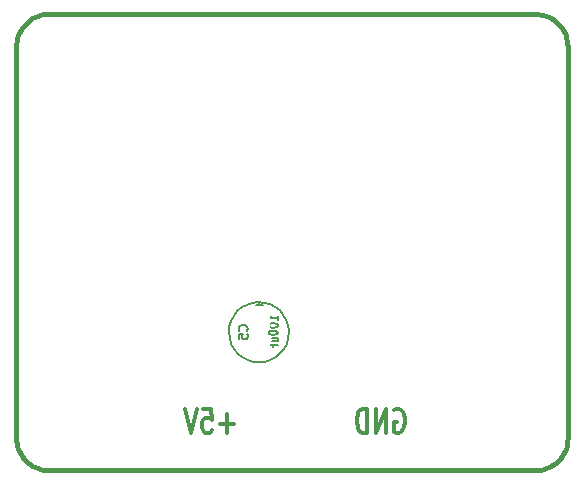
<source format=gbo>
G04 (created by PCBNEW-RS274X (2012-apr-16-27)-stable) date Sun 18 May 2014 21:07:07 BST*
G01*
G70*
G90*
%MOIN*%
G04 Gerber Fmt 3.4, Leading zero omitted, Abs format*
%FSLAX34Y34*%
G04 APERTURE LIST*
%ADD10C,0.006000*%
%ADD11C,0.015000*%
%ADD12C,0.012000*%
%ADD13C,0.005000*%
%ADD14C,0.007500*%
%ADD15R,0.080000X0.080000*%
%ADD16C,0.080000*%
%ADD17C,0.098700*%
%ADD18R,0.153900X0.153900*%
%ADD19R,0.075000X0.075000*%
%ADD20C,0.075000*%
G04 APERTURE END LIST*
G54D10*
G54D11*
X82168Y-42655D02*
X81900Y-42655D01*
X83261Y-28521D02*
X83261Y-28569D01*
X81887Y-27447D02*
X82174Y-27447D01*
X83264Y-28544D02*
X83264Y-41565D01*
X81890Y-27448D02*
X65975Y-27448D01*
X81890Y-42655D02*
X65975Y-42655D01*
X64882Y-41562D02*
X64882Y-28551D01*
X65964Y-27447D02*
X65870Y-27452D01*
X65776Y-27464D01*
X65684Y-27484D01*
X65594Y-27513D01*
X65507Y-27549D01*
X65423Y-27593D01*
X65343Y-27643D01*
X65268Y-27701D01*
X65199Y-27765D01*
X65135Y-27834D01*
X65077Y-27909D01*
X65027Y-27989D01*
X64983Y-28073D01*
X64947Y-28160D01*
X64918Y-28250D01*
X64898Y-28342D01*
X64886Y-28436D01*
X64881Y-28530D01*
X83262Y-28531D02*
X83257Y-28437D01*
X83245Y-28343D01*
X83225Y-28251D01*
X83196Y-28161D01*
X83160Y-28074D01*
X83116Y-27990D01*
X83066Y-27910D01*
X83008Y-27835D01*
X82944Y-27766D01*
X82875Y-27702D01*
X82800Y-27644D01*
X82720Y-27594D01*
X82636Y-27550D01*
X82549Y-27514D01*
X82459Y-27485D01*
X82367Y-27465D01*
X82273Y-27453D01*
X82179Y-27448D01*
X82181Y-42655D02*
X82275Y-42650D01*
X82369Y-42638D01*
X82461Y-42618D01*
X82551Y-42589D01*
X82638Y-42553D01*
X82722Y-42509D01*
X82802Y-42459D01*
X82877Y-42401D01*
X82946Y-42337D01*
X83010Y-42268D01*
X83068Y-42193D01*
X83118Y-42113D01*
X83162Y-42029D01*
X83198Y-41942D01*
X83227Y-41852D01*
X83247Y-41760D01*
X83259Y-41666D01*
X83264Y-41572D01*
X64882Y-41572D02*
X64887Y-41666D01*
X64899Y-41760D01*
X64919Y-41852D01*
X64948Y-41942D01*
X64984Y-42029D01*
X65028Y-42113D01*
X65078Y-42193D01*
X65136Y-42268D01*
X65200Y-42337D01*
X65269Y-42401D01*
X65344Y-42459D01*
X65424Y-42509D01*
X65508Y-42553D01*
X65595Y-42589D01*
X65685Y-42618D01*
X65777Y-42638D01*
X65871Y-42650D01*
X65965Y-42655D01*
G54D12*
X77489Y-40642D02*
X77546Y-40604D01*
X77632Y-40604D01*
X77717Y-40642D01*
X77775Y-40718D01*
X77803Y-40794D01*
X77832Y-40947D01*
X77832Y-41061D01*
X77803Y-41213D01*
X77775Y-41290D01*
X77717Y-41366D01*
X77632Y-41404D01*
X77575Y-41404D01*
X77489Y-41366D01*
X77460Y-41328D01*
X77460Y-41061D01*
X77575Y-41061D01*
X77203Y-41404D02*
X77203Y-40604D01*
X76860Y-41404D01*
X76860Y-40604D01*
X76574Y-41404D02*
X76574Y-40604D01*
X76431Y-40604D01*
X76346Y-40642D01*
X76288Y-40718D01*
X76260Y-40794D01*
X76231Y-40947D01*
X76231Y-41061D01*
X76260Y-41213D01*
X76288Y-41290D01*
X76346Y-41366D01*
X76431Y-41404D01*
X76574Y-41404D01*
X72133Y-41099D02*
X71676Y-41099D01*
X71905Y-41404D02*
X71905Y-40794D01*
X71104Y-40604D02*
X71390Y-40604D01*
X71419Y-40985D01*
X71390Y-40947D01*
X71333Y-40909D01*
X71190Y-40909D01*
X71133Y-40947D01*
X71104Y-40985D01*
X71076Y-41061D01*
X71076Y-41251D01*
X71104Y-41328D01*
X71133Y-41366D01*
X71190Y-41404D01*
X71333Y-41404D01*
X71390Y-41366D01*
X71419Y-41328D01*
X70905Y-40604D02*
X70705Y-41404D01*
X70505Y-40604D01*
G54D13*
X73973Y-38051D02*
X73953Y-38245D01*
X73897Y-38432D01*
X73805Y-38604D01*
X73682Y-38756D01*
X73531Y-38880D01*
X73359Y-38973D01*
X73173Y-39031D01*
X72978Y-39051D01*
X72785Y-39034D01*
X72598Y-38979D01*
X72424Y-38888D01*
X72272Y-38766D01*
X72147Y-38616D01*
X72052Y-38445D01*
X71993Y-38259D01*
X71972Y-38064D01*
X71988Y-37871D01*
X72042Y-37683D01*
X72131Y-37509D01*
X72252Y-37356D01*
X72401Y-37230D01*
X72572Y-37134D01*
X72758Y-37074D01*
X72952Y-37051D01*
X73145Y-37066D01*
X73333Y-37118D01*
X73508Y-37206D01*
X73662Y-37327D01*
X73789Y-37474D01*
X73886Y-37644D01*
X73948Y-37830D01*
X73972Y-38024D01*
X73973Y-38051D01*
G54D10*
X72727Y-37306D02*
X72727Y-37796D01*
X73217Y-37796D01*
X73217Y-37306D01*
X72727Y-37306D01*
X73217Y-38551D02*
X73212Y-38598D01*
X73198Y-38644D01*
X73176Y-38686D01*
X73145Y-38723D01*
X73109Y-38754D01*
X73066Y-38776D01*
X73021Y-38790D01*
X72973Y-38795D01*
X72927Y-38791D01*
X72881Y-38778D01*
X72838Y-38756D01*
X72801Y-38726D01*
X72770Y-38689D01*
X72747Y-38647D01*
X72733Y-38601D01*
X72728Y-38554D01*
X72732Y-38507D01*
X72745Y-38461D01*
X72767Y-38419D01*
X72796Y-38381D01*
X72833Y-38350D01*
X72874Y-38327D01*
X72920Y-38312D01*
X72967Y-38307D01*
X73014Y-38310D01*
X73060Y-38323D01*
X73103Y-38345D01*
X73140Y-38374D01*
X73172Y-38410D01*
X73195Y-38452D01*
X73210Y-38497D01*
X73216Y-38545D01*
X73217Y-38551D01*
G54D13*
X72566Y-38001D02*
X72580Y-37987D01*
X72594Y-37944D01*
X72594Y-37915D01*
X72580Y-37872D01*
X72552Y-37844D01*
X72523Y-37829D01*
X72466Y-37815D01*
X72423Y-37815D01*
X72366Y-37829D01*
X72337Y-37844D01*
X72309Y-37872D01*
X72294Y-37915D01*
X72294Y-37944D01*
X72309Y-37987D01*
X72323Y-38001D01*
X72294Y-38272D02*
X72294Y-38129D01*
X72437Y-38115D01*
X72423Y-38129D01*
X72409Y-38158D01*
X72409Y-38229D01*
X72423Y-38258D01*
X72437Y-38272D01*
X72466Y-38287D01*
X72537Y-38287D01*
X72566Y-38272D01*
X72580Y-38258D01*
X72594Y-38229D01*
X72594Y-38158D01*
X72580Y-38129D01*
X72566Y-38115D01*
X73593Y-37664D02*
X73593Y-37522D01*
X73593Y-37593D02*
X73293Y-37593D01*
X73336Y-37569D01*
X73365Y-37545D01*
X73379Y-37522D01*
X73293Y-37819D02*
X73293Y-37843D01*
X73308Y-37867D01*
X73322Y-37879D01*
X73351Y-37891D01*
X73408Y-37902D01*
X73479Y-37902D01*
X73536Y-37891D01*
X73565Y-37879D01*
X73579Y-37867D01*
X73593Y-37843D01*
X73593Y-37819D01*
X73579Y-37795D01*
X73565Y-37783D01*
X73536Y-37772D01*
X73479Y-37760D01*
X73408Y-37760D01*
X73351Y-37772D01*
X73322Y-37783D01*
X73308Y-37795D01*
X73293Y-37819D01*
X73293Y-38057D02*
X73293Y-38081D01*
X73308Y-38105D01*
X73322Y-38117D01*
X73351Y-38129D01*
X73408Y-38140D01*
X73479Y-38140D01*
X73536Y-38129D01*
X73565Y-38117D01*
X73579Y-38105D01*
X73593Y-38081D01*
X73593Y-38057D01*
X73579Y-38033D01*
X73565Y-38021D01*
X73536Y-38010D01*
X73479Y-37998D01*
X73408Y-37998D01*
X73351Y-38010D01*
X73322Y-38021D01*
X73308Y-38033D01*
X73293Y-38057D01*
X73393Y-38355D02*
X73593Y-38355D01*
X73393Y-38248D02*
X73551Y-38248D01*
X73579Y-38259D01*
X73593Y-38283D01*
X73593Y-38319D01*
X73579Y-38343D01*
X73565Y-38355D01*
X73436Y-38557D02*
X73436Y-38474D01*
X73593Y-38474D02*
X73293Y-38474D01*
X73293Y-38593D01*
G54D14*
X72979Y-37037D02*
X72979Y-37266D01*
X73093Y-37152D02*
X72865Y-37152D01*
%LPC*%
G54D15*
X79912Y-28260D03*
G54D16*
X80912Y-28260D03*
G54D15*
X65932Y-28260D03*
G54D16*
X66932Y-28260D03*
G54D17*
X71437Y-30453D03*
X69094Y-35709D03*
X77303Y-38229D03*
G54D15*
X73122Y-41060D03*
G54D16*
X74122Y-41060D03*
X75122Y-41060D03*
G54D15*
X65932Y-41840D03*
G54D16*
X66932Y-41840D03*
G54D15*
X80892Y-41850D03*
G54D16*
X81892Y-41850D03*
G54D18*
X81312Y-34920D03*
X66812Y-34920D03*
G54D19*
X72972Y-37551D03*
G54D20*
X72972Y-38551D03*
M02*

</source>
